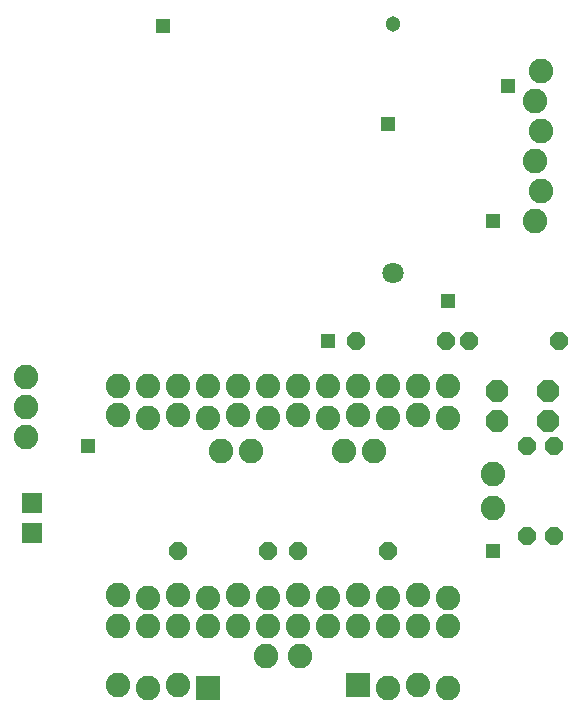
<source format=gbs>
G75*
%MOIN*%
%OFA0B0*%
%FSLAX25Y25*%
%IPPOS*%
%LPD*%
%AMOC8*
5,1,8,0,0,1.08239X$1,22.5*
%
%ADD10C,0.08200*%
%ADD11R,0.06800X0.06800*%
%ADD12OC8,0.07400*%
%ADD13R,0.08200X0.08200*%
%ADD14OC8,0.06000*%
%ADD15C,0.05131*%
%ADD16C,0.07099*%
%ADD17R,0.04762X0.04762*%
D10*
X0048833Y0015367D03*
X0048833Y0034867D03*
X0048833Y0045367D03*
X0058833Y0044367D03*
X0058833Y0034867D03*
X0068833Y0034867D03*
X0068833Y0045367D03*
X0078833Y0044367D03*
X0078833Y0034867D03*
X0068833Y0015367D03*
X0058833Y0014367D03*
X0088833Y0034867D03*
X0088833Y0045367D03*
X0098833Y0044367D03*
X0098833Y0034867D03*
X0098133Y0024867D03*
X0109533Y0024867D03*
X0108833Y0034867D03*
X0108833Y0045367D03*
X0118833Y0044367D03*
X0118833Y0034867D03*
X0128833Y0034867D03*
X0128833Y0045367D03*
X0138833Y0044367D03*
X0138833Y0034867D03*
X0148833Y0034867D03*
X0148833Y0045367D03*
X0158833Y0044367D03*
X0158833Y0034867D03*
X0148833Y0015367D03*
X0138833Y0014367D03*
X0158833Y0014367D03*
X0173833Y0074167D03*
X0173833Y0085567D03*
X0158833Y0104367D03*
X0158833Y0114867D03*
X0148833Y0114867D03*
X0148833Y0105367D03*
X0138833Y0104367D03*
X0138833Y0114867D03*
X0128833Y0114867D03*
X0128833Y0105367D03*
X0124333Y0093367D03*
X0118833Y0104367D03*
X0118833Y0114867D03*
X0108833Y0114867D03*
X0108833Y0105367D03*
X0098833Y0104367D03*
X0098833Y0114867D03*
X0088833Y0114867D03*
X0088833Y0105367D03*
X0093333Y0093367D03*
X0083333Y0093367D03*
X0078833Y0104367D03*
X0078833Y0114867D03*
X0068833Y0114867D03*
X0068833Y0105367D03*
X0058833Y0104367D03*
X0058833Y0114867D03*
X0048833Y0114867D03*
X0048833Y0105367D03*
X0018333Y0107867D03*
X0018333Y0117867D03*
X0018333Y0097867D03*
X0134333Y0093367D03*
X0187833Y0169867D03*
X0189833Y0179867D03*
X0187833Y0189867D03*
X0189833Y0199867D03*
X0187833Y0209867D03*
X0189833Y0219867D03*
D11*
X0020333Y0065867D03*
X0020333Y0075867D03*
D12*
X0175333Y0103367D03*
X0175333Y0113367D03*
X0192333Y0113367D03*
X0192333Y0103367D03*
D13*
X0128833Y0015367D03*
X0078833Y0014367D03*
D14*
X0068833Y0059867D03*
X0098833Y0059867D03*
X0108833Y0059867D03*
X0138833Y0059867D03*
X0128333Y0129867D03*
X0158333Y0129867D03*
X0165833Y0129867D03*
X0185333Y0094867D03*
X0194133Y0094867D03*
X0194133Y0064867D03*
X0185333Y0064867D03*
X0195833Y0129867D03*
D15*
X0140566Y0235536D03*
D16*
X0140566Y0152465D03*
D17*
X0158833Y0143367D03*
X0173833Y0169867D03*
X0178833Y0214867D03*
X0138833Y0202367D03*
X0118833Y0129867D03*
X0173833Y0059867D03*
X0063833Y0234867D03*
X0038833Y0094867D03*
M02*

</source>
